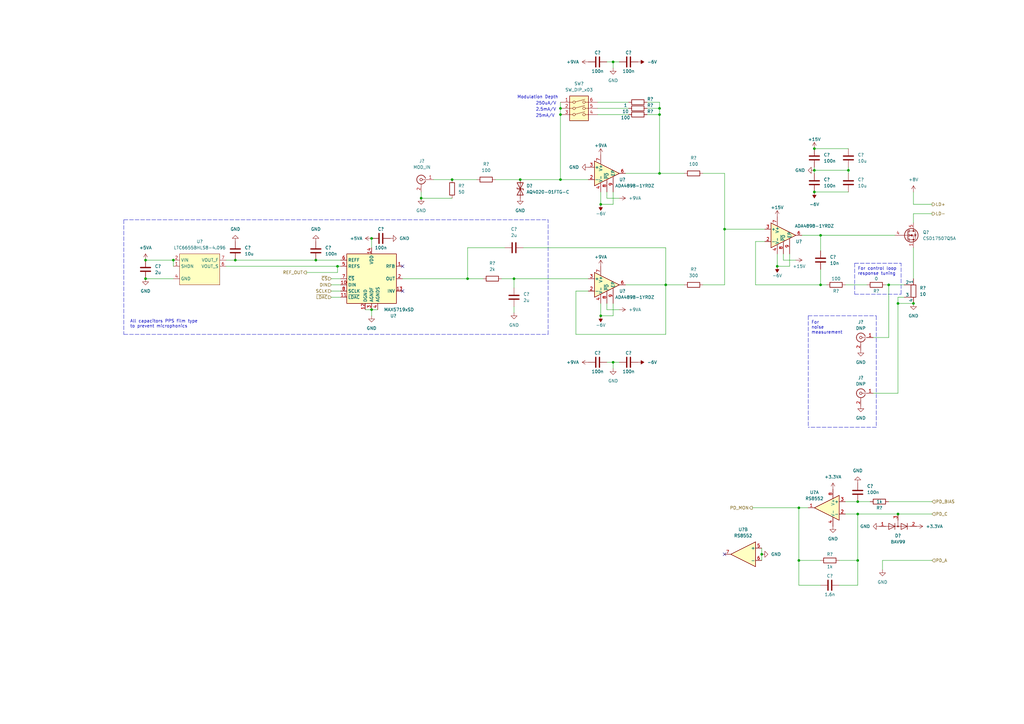
<source format=kicad_sch>
(kicad_sch (version 20211123) (generator eeschema)
  (paper "A3")
  (lib_symbols
    (symbol "Amplifier_Operational:ADA4898-1YRDZ" (pin_names (offset 0.127))
      (property "Reference" "U" (at 3.81 3.81 0))
      (property "Value" "ADA4898-1YRDZ" (at 11.43 -2.54 0))
      (symbol "ADA4898-1YRDZ_1_1"
        (polyline (pts (xy -5.08 5.08) (xy 5.08 0) (xy -5.08 -5.08) (xy -5.08 5.08)) (stroke (width 0.254)) (fill (type background)))
        (pin input line (at -7.62 -2.54 0) (length 2.54) (name "-") (number "2"))
        (pin input line (at -7.62 2.54 0) (length 2.54) (name "+") (number "3"))
        (pin power_in line (at -2.54 -7.62 90) (length 3.81) (name "V-") (number "4"))
        (pin output line (at 7.62 0 180) (length 2.54) (name "~") (number "6"))
        (pin power_in line (at -2.54 7.62 270) (length 3.81) (name "V+") (number "7"))
        (pin input line (at 0 -7.62 90) (length 5.08) (name "~{PD}") (number "8"))
        (pin passive line (at 2.54 -7.62 90) (length 6.35) (name "EP") (number "9"))
      )
    )
    (symbol "Analog_DAC:MAX5719xSD"
      (property "Reference" "U" (at -10.16 11.43 0))
      (property "Value" "MAX5719xSD" (at 1.27 11.43 0))
      (symbol "MAX5719xSD_0_1"
        (rectangle (start -10.16 10.16) (end 10.16 -10.16) (stroke (width 0.254)) (fill (type background)))
      )
      (symbol "MAX5719xSD_1_1"
        (pin passive line (at 12.7 5.08 180) (length 2.54) (name "RFB") (number "1"))
        (pin input line (at -12.7 -2.54 0) (length 2.54) (name "DIN") (number "10"))
        (pin input line (at -12.7 -7.62 0) (length 2.54) (name "~{LDAC}") (number "11"))
        (pin power_in line (at -2.54 -12.7 90) (length 2.54) (name "DGND") (number "12"))
        (pin passive line (at 12.7 -5.08 180) (length 2.54) (name "INV") (number "13"))
        (pin power_in line (at 0 12.7 270) (length 2.54) (name "VDD") (number "14"))
        (pin output line (at 12.7 0 180) (length 2.54) (name "OUT") (number "2"))
        (pin power_in line (at 0 -12.7 90) (length 2.54) (name "AGNDF") (number "3"))
        (pin power_in line (at 2.54 -12.7 90) (length 2.54) (name "AGNDS") (number "4"))
        (pin input line (at -12.7 5.08 0) (length 2.54) (name "REFS") (number "5"))
        (pin input line (at -12.7 7.62 0) (length 2.54) (name "REFF") (number "6"))
        (pin input line (at -12.7 0 0) (length 2.54) (name "~{CS}") (number "7"))
        (pin input line (at -12.7 -5.08 0) (length 2.54) (name "SCLK") (number "8"))
        (pin no_connect line (at 10.16 -7.62 180) (length 2.54) hide (name "NC") (number "9"))
      )
    )
    (symbol "Connector:Conn_Coaxial" (pin_names (offset 1.016) hide)
      (property "Reference" "J" (at 0.254 3.048 0))
      (property "Value" "Conn_Coaxial" (at 2.921 0 90))
      (symbol "Conn_Coaxial_0_1"
        (arc (start -1.778 -0.508) (mid 0.2311 -1.8066) (end 1.778 0) (stroke (width 0.254)))
        (polyline (pts (xy -2.54 0) (xy -0.508 0)))
        (polyline (pts (xy 0 -2.54) (xy 0 -1.778)))
        (circle (center 0 0) (radius 0.508) (stroke (width 0.2032)))
        (arc (start 1.778 0) (mid 0.2099 1.8101) (end -1.778 0.508) (stroke (width 0.254)))
      )
      (symbol "Conn_Coaxial_1_1"
        (pin passive line (at -5.08 0 0) (length 2.54) (name "In") (number "1"))
        (pin passive line (at 0 -5.08 90) (length 2.54) (name "Ext") (number "2"))
      )
    )
    (symbol "Device:C" (pin_numbers hide) (pin_names (offset 0.254))
      (property "Reference" "C" (at 0.635 2.54 0))
      (property "Value" "C" (at 0.635 -2.54 0))
      (symbol "C_0_1"
        (polyline (pts (xy -2.032 -0.762) (xy 2.032 -0.762)) (stroke (width 0.508)))
        (polyline (pts (xy -2.032 0.762) (xy 2.032 0.762)) (stroke (width 0.508)))
      )
      (symbol "C_1_1"
        (pin passive line (at 0 3.81 270) (length 2.794) (name "~") (number "1"))
        (pin passive line (at 0 -3.81 90) (length 2.794) (name "~") (number "2"))
      )
    )
    (symbol "Device:D_TVS" (pin_numbers hide) (pin_names (offset 1.016) hide)
      (property "Reference" "D" (at 0 2.54 0))
      (property "Value" "D_TVS" (at 0 -2.54 0))
      (symbol "D_TVS_0_1"
        (polyline (pts (xy 1.27 0) (xy -1.27 0)))
        (polyline (pts (xy 0.508 1.27) (xy 0 1.27) (xy 0 -1.27) (xy -0.508 -1.27)) (stroke (width 0.254)))
        (polyline (pts (xy -2.54 1.27) (xy -2.54 -1.27) (xy 2.54 1.27) (xy 2.54 -1.27) (xy -2.54 1.27)) (stroke (width 0.254)))
      )
      (symbol "D_TVS_1_1"
        (pin passive line (at -3.81 0 0) (length 2.54) (name "A1") (number "1"))
        (pin passive line (at 3.81 0 180) (length 2.54) (name "A2") (number "2"))
      )
    )
    (symbol "Device:R" (pin_numbers hide) (pin_names (offset 0))
      (property "Reference" "R" (at 2.032 0 90))
      (property "Value" "R" (at 0 0 90))
      (symbol "R_0_1"
        (rectangle (start -1.016 -2.54) (end 1.016 2.54) (stroke (width 0.254)))
      )
      (symbol "R_1_1"
        (pin passive line (at 0 3.81 270) (length 1.27) (name "~") (number "1"))
        (pin passive line (at 0 -3.81 90) (length 1.27) (name "~") (number "2"))
      )
    )
    (symbol "Device:R_Shunt" (pin_numbers hide) (pin_names (offset 0))
      (property "Reference" "R" (at -4.445 0 90))
      (property "Value" "R_Shunt" (at -2.54 0 90))
      (symbol "R_Shunt_0_1"
        (rectangle (start -1.016 -2.54) (end 1.016 2.54) (stroke (width 0.254)))
        (polyline (pts (xy 0 -2.54) (xy 1.27 -2.54)))
        (polyline (pts (xy 1.27 2.54) (xy 0 2.54)))
      )
      (symbol "R_Shunt_1_1"
        (pin passive line (at 0 5.08 270) (length 2.54) (name "1") (number "1"))
        (pin passive line (at 3.81 2.54 180) (length 2.54) (name "2") (number "2"))
        (pin passive line (at 3.81 -2.54 180) (length 2.54) (name "3") (number "3"))
        (pin passive line (at 0 -5.08 90) (length 2.54) (name "4") (number "4"))
      )
    )
    (symbol "Diode:BAV99" (pin_names hide)
      (property "Reference" "D" (at 0 5.08 0))
      (property "Value" "BAV99" (at 0 2.54 0))
      (symbol "BAV99_0_1"
        (polyline (pts (xy -5.08 0) (xy 5.08 0)))
      )
      (symbol "BAV99_1_1"
        (polyline (pts (xy 0 0) (xy 0 -2.54)))
        (polyline (pts (xy -1.27 -1.27) (xy -1.27 1.27) (xy -1.27 1.27)) (stroke (width 0.2032)))
        (polyline (pts (xy 3.81 1.27) (xy 3.81 -1.27) (xy 3.81 -1.27)) (stroke (width 0.2032)))
        (polyline (pts (xy -3.81 1.27) (xy -1.27 0) (xy -3.81 -1.27) (xy -3.81 1.27) (xy -3.81 1.27) (xy -3.81 1.27)) (stroke (width 0.2032)))
        (polyline (pts (xy 1.27 1.27) (xy 3.81 0) (xy 1.27 -1.27) (xy 1.27 1.27) (xy 1.27 1.27) (xy 1.27 1.27)) (stroke (width 0.2032)))
        (circle (center 0 0) (radius 0.254) (fill (type outline)))
        (pin passive line (at -7.62 0 0) (length 2.54) (name "K") (number "1"))
        (pin passive line (at 7.62 0 180) (length 2.54) (name "A") (number "2"))
        (pin passive line (at 0 -5.08 90) (length 2.54) (name "K") (number "3"))
      )
    )
    (symbol "Switch:SW_DIP_x03" (pin_names (offset 0) hide)
      (property "Reference" "SW" (at 0 8.89 0))
      (property "Value" "SW_DIP_x03" (at 0 -3.81 0))
      (symbol "SW_DIP_x03_0_0"
        (circle (center -2.032 0) (radius 0.508))
        (circle (center -2.032 2.54) (radius 0.508))
        (circle (center -2.032 5.08) (radius 0.508))
        (polyline (pts (xy -1.524 0.127) (xy 2.3622 1.1684)))
        (polyline (pts (xy -1.524 2.667) (xy 2.3622 3.7084)))
        (polyline (pts (xy -1.524 5.207) (xy 2.3622 6.2484)))
        (circle (center 2.032 0) (radius 0.508))
        (circle (center 2.032 2.54) (radius 0.508))
        (circle (center 2.032 5.08) (radius 0.508))
      )
      (symbol "SW_DIP_x03_0_1"
        (rectangle (start -3.81 7.62) (end 3.81 -2.54) (stroke (width 0.254)) (fill (type background)))
      )
      (symbol "SW_DIP_x03_1_1"
        (pin passive line (at -7.62 5.08 0) (length 5.08) (name "~") (number "1"))
        (pin passive line (at -7.62 2.54 0) (length 5.08) (name "~") (number "2"))
        (pin passive line (at -7.62 0 0) (length 5.08) (name "~") (number "3"))
        (pin passive line (at 7.62 0 180) (length 5.08) (name "~") (number "4"))
        (pin passive line (at 7.62 2.54 180) (length 5.08) (name "~") (number "5"))
        (pin passive line (at 7.62 5.08 180) (length 5.08) (name "~") (number "6"))
      )
    )
    (symbol "Transistor_FET:CSD17507Q5A" (pin_names hide)
      (property "Reference" "Q" (at 5.08 1.905 0))
      (property "Value" "CSD17507Q5A" (at 5.08 0 0))
      (symbol "CSD17507Q5A_0_1"
        (polyline (pts (xy 0.254 0) (xy -2.54 0)))
        (polyline (pts (xy 0.254 1.905) (xy 0.254 -1.905)) (stroke (width 0.254)))
        (polyline (pts (xy 0.762 -1.27) (xy 0.762 -2.286)) (stroke (width 0.254)))
        (polyline (pts (xy 0.762 0.508) (xy 0.762 -0.508)) (stroke (width 0.254)))
        (polyline (pts (xy 0.762 2.286) (xy 0.762 1.27)) (stroke (width 0.254)))
        (polyline (pts (xy 2.54 2.54) (xy 2.54 1.778)))
        (polyline (pts (xy 2.54 -2.54) (xy 2.54 0) (xy 0.762 0)))
        (polyline (pts (xy 0.762 -1.778) (xy 3.302 -1.778) (xy 3.302 1.778) (xy 0.762 1.778)))
        (polyline (pts (xy 1.016 0) (xy 2.032 0.381) (xy 2.032 -0.381) (xy 1.016 0)) (fill (type outline)))
        (polyline (pts (xy 2.794 0.508) (xy 2.921 0.381) (xy 3.683 0.381) (xy 3.81 0.254)))
        (polyline (pts (xy 3.302 0.381) (xy 2.921 -0.254) (xy 3.683 -0.254) (xy 3.302 0.381)))
        (circle (center 1.651 0) (radius 2.794) (stroke (width 0.254)))
        (circle (center 2.54 -1.778) (radius 0.254) (fill (type outline)))
        (circle (center 2.54 1.778) (radius 0.254) (fill (type outline)))
      )
      (symbol "CSD17507Q5A_1_1"
        (pin passive line (at 2.54 -5.08 90) (length 2.54) (name "S") (number "1"))
        (pin passive line (at 2.54 -5.08 90) (length 2.54) hide (name "S") (number "2"))
        (pin passive line (at 2.54 -5.08 90) (length 2.54) hide (name "S") (number "3"))
        (pin passive line (at -5.08 0 0) (length 2.54) (name "G") (number "4"))
        (pin passive line (at 2.54 5.08 270) (length 2.54) (name "D") (number "5"))
      )
    )
    (symbol "kirdy:LTC6655"
      (property "Reference" "U" (at 0 -10.16 0))
      (property "Value" "LTC6655" (at 0 -7.62 0))
      (symbol "LTC6655_0_0"
        (pin input line (at -10.16 2.54 0) (length 2.54) (name "SHDN") (number "1"))
        (pin power_in line (at -10.16 5.08 0) (length 2.54) (name "VIN") (number "2"))
        (pin power_in line (at -10.16 -2.54 0) (length 2.54) hide (name "GND") (number "3"))
        (pin power_in line (at -10.16 -2.54 0) (length 2.54) (name "GND") (number "4"))
        (pin power_in line (at -10.16 -2.54 0) (length 2.54) hide (name "GND") (number "5"))
        (pin input line (at 11.43 2.54 180) (length 2.54) (name "VOUT_S") (number "6"))
        (pin output line (at 11.43 5.08 180) (length 2.54) (name "VOUT_F") (number "7"))
        (pin power_in line (at -10.16 -2.54 0) (length 2.54) hide (name "GND") (number "8"))
      )
      (symbol "LTC6655_0_1"
        (rectangle (start -7.62 7.62) (end 8.89 -5.08) (fill (type background)))
      )
    )
    (symbol "kirdy:RS8552" (pin_names (offset 0.127))
      (property "Reference" "U" (at 0 5.08 0))
      (property "Value" "RS8552" (at 0 -5.08 0))
      (symbol "RS8552_1_1"
        (polyline (pts (xy -5.08 5.08) (xy 5.08 0) (xy -5.08 -5.08) (xy -5.08 5.08)) (stroke (width 0.254)) (fill (type background)))
        (pin output line (at 7.62 0 180) (length 2.54) (name "~") (number "1"))
        (pin input line (at -7.62 -2.54 0) (length 2.54) (name "-") (number "2"))
        (pin input line (at -7.62 2.54 0) (length 2.54) (name "+") (number "3"))
      )
      (symbol "RS8552_2_1"
        (polyline (pts (xy -5.08 5.08) (xy 5.08 0) (xy -5.08 -5.08) (xy -5.08 5.08)) (stroke (width 0.254)) (fill (type background)))
        (pin input line (at -7.62 2.54 0) (length 2.54) (name "+") (number "5"))
        (pin input line (at -7.62 -2.54 0) (length 2.54) (name "-") (number "6"))
        (pin output line (at 7.62 0 180) (length 2.54) (name "~") (number "7"))
      )
      (symbol "RS8552_3_1"
        (pin power_in line (at -2.54 -7.62 90) (length 3.81) (name "V-") (number "4"))
        (pin power_in line (at -2.54 7.62 270) (length 3.81) (name "V+") (number "8"))
      )
    )
    (symbol "power:+15V" (power) (pin_names (offset 0))
      (property "Value" "+15V" (at 0 3.556 0))
      (symbol "+15V_0_1"
        (polyline (pts (xy -0.762 1.27) (xy 0 2.54)))
        (polyline (pts (xy 0 0) (xy 0 2.54)))
        (polyline (pts (xy 0 2.54) (xy 0.762 1.27)))
      )
      (symbol "+15V_1_1"
        (pin power_in line (at 0 0 90) (length 0) hide (name "+15V") (number "1"))
      )
    )
    (symbol "power:+3.3VA" (power) (pin_names (offset 0))
      (property "Value" "+3.3VA" (at 0 3.556 0))
      (symbol "+3.3VA_0_1"
        (polyline (pts (xy -0.762 1.27) (xy 0 2.54)))
        (polyline (pts (xy 0 0) (xy 0 2.54)))
        (polyline (pts (xy 0 2.54) (xy 0.762 1.27)))
      )
      (symbol "+3.3VA_1_1"
        (pin power_in line (at 0 0 90) (length 0) hide (name "+3.3VA") (number "1"))
      )
    )
    (symbol "power:+5VA" (power) (pin_names (offset 0))
      (property "Value" "+5VA" (at 0 3.556 0))
      (symbol "+5VA_0_1"
        (polyline (pts (xy -0.762 1.27) (xy 0 2.54)))
        (polyline (pts (xy 0 0) (xy 0 2.54)))
        (polyline (pts (xy 0 2.54) (xy 0.762 1.27)))
      )
      (symbol "+5VA_1_1"
        (pin power_in line (at 0 0 90) (length 0) hide (name "+5VA") (number "1"))
      )
    )
    (symbol "power:+8V" (power) (pin_names (offset 0))
      (property "Value" "+8V" (at 0 3.556 0))
      (symbol "+8V_0_1"
        (polyline (pts (xy -0.762 1.27) (xy 0 2.54)))
        (polyline (pts (xy 0 0) (xy 0 2.54)))
        (polyline (pts (xy 0 2.54) (xy 0.762 1.27)))
      )
      (symbol "+8V_1_1"
        (pin power_in line (at 0 0 90) (length 0) hide (name "+8V") (number "1"))
      )
    )
    (symbol "power:+9VA" (power) (pin_names (offset 0))
      (property "Value" "+9VA" (at 0 3.81 0))
      (symbol "+9VA_0_1"
        (polyline (pts (xy -0.762 1.27) (xy 0 2.54)))
        (polyline (pts (xy 0 0) (xy 0 2.54)))
        (polyline (pts (xy 0 2.54) (xy 0.762 1.27)))
      )
      (symbol "+9VA_1_1"
        (pin power_in line (at 0 0 90) (length 0) hide (name "+9VA") (number "1"))
      )
    )
    (symbol "power:-6V" (power) (pin_names (offset 0))
      (property "Value" "-6V" (at 0 3.81 0))
      (symbol "-6V_0_0"
        (pin power_in line (at 0 0 90) (length 0) hide (name "-6V") (number "1"))
      )
      (symbol "-6V_0_1"
        (polyline (pts (xy 0 0) (xy 0 1.27) (xy 0.762 1.27) (xy 0 2.54) (xy -0.762 1.27) (xy 0 1.27)) (fill (type outline)))
      )
    )
    (symbol "power:GND" (power) (pin_names (offset 0))
      (property "Value" "GND" (at 0 -3.81 0))
      (symbol "GND_0_1"
        (polyline (pts (xy 0 0) (xy 0 -1.27) (xy 1.27 -1.27) (xy 0 -2.54) (xy -1.27 -1.27) (xy 0 -1.27)))
      )
      (symbol "GND_1_1"
        (pin power_in line (at 0 0 270) (length 0) hide (name "GND") (number "1"))
      )
    )
  )
  (junction (at 229.87 46.99))
  (junction (at 270.51 71.12))
  (junction (at 318.77 109.22))
  (junction (at 229.87 44.45))
  (junction (at 334.01 69.85))
  (junction (at 351.79 205.74))
  (junction (at 138.43 109.22))
  (junction (at 152.4 97.79))
  (junction (at 336.55 96.52))
  (junction (at 251.46 25.4))
  (junction (at 213.36 73.66))
  (junction (at 351.79 229.87))
  (junction (at 364.49 116.84))
  (junction (at 251.46 148.59))
  (junction (at 334.01 60.96))
  (junction (at 185.42 73.66))
  (junction (at 246.38 129.54))
  (junction (at 273.05 116.84))
  (junction (at 246.38 83.82))
  (junction (at 129.54 106.68))
  (junction (at 336.55 116.84))
  (junction (at 191.77 114.3))
  (junction (at 327.66 208.28))
  (junction (at 312.42 227.33))
  (junction (at 351.79 210.82))
  (junction (at 210.82 114.3))
  (junction (at 96.52 106.68))
  (junction (at 347.98 69.85))
  (junction (at 71.12 106.68))
  (junction (at 374.65 124.46))
  (junction (at 334.01 78.74))
  (junction (at 270.51 46.99))
  (junction (at 368.3 210.82))
  (junction (at 59.69 114.3))
  (junction (at 327.66 229.87))
  (junction (at 368.3 124.46))
  (junction (at 152.4 127))
  (junction (at 270.51 44.45))
  (junction (at 172.72 81.28))
  (junction (at 59.69 106.68))
  (junction (at 229.87 73.66))
  (junction (at 297.18 93.98))
  (no_connect (at 165.1 119.38))
  (no_connect (at 297.18 227.33))
  (no_connect (at 165.1 109.22))
  (wire (pts (xy 210.82 125.73) (xy 210.82 128.27)))
  (polyline (pts (xy 331.47 129.54) (xy 331.47 175.26)))
  (wire (pts (xy 308.61 208.28) (xy 327.66 208.28)))
  (wire (pts (xy 71.12 106.68) (xy 71.12 109.22)))
  (wire (pts (xy 172.72 81.28) (xy 185.42 81.28)))
  (wire (pts (xy 273.05 116.84) (xy 280.67 116.84)))
  (wire (pts (xy 368.3 210.82) (xy 382.27 210.82)))
  (wire (pts (xy 364.49 116.84) (xy 370.84 116.84)))
  (wire (pts (xy 336.55 96.52) (xy 367.03 96.52)))
  (wire (pts (xy 351.79 229.87) (xy 351.79 210.82)))
  (wire (pts (xy 334.01 69.85) (xy 334.01 71.12)))
  (wire (pts (xy 374.65 91.44) (xy 374.65 87.63)))
  (wire (pts (xy 214.63 101.6) (xy 273.05 101.6)))
  (wire (pts (xy 172.72 81.28) (xy 172.72 78.74)))
  (wire (pts (xy 125.73 111.76) (xy 138.43 111.76)))
  (wire (pts (xy 336.55 96.52) (xy 336.55 102.87)))
  (wire (pts (xy 328.93 96.52) (xy 336.55 96.52)))
  (wire (pts (xy 248.92 127) (xy 254 127)))
  (wire (pts (xy 213.36 73.66) (xy 229.87 73.66)))
  (wire (pts (xy 288.29 116.84) (xy 297.18 116.84)))
  (wire (pts (xy 185.42 73.66) (xy 195.58 73.66)))
  (wire (pts (xy 177.8 73.66) (xy 185.42 73.66)))
  (polyline (pts (xy 350.52 120.65) (xy 369.57 120.65)))
  (wire (pts (xy 135.89 119.38) (xy 139.7 119.38)))
  (wire (pts (xy 270.51 41.91) (xy 270.51 44.45)))
  (wire (pts (xy 270.51 46.99) (xy 270.51 71.12)))
  (wire (pts (xy 203.2 73.66) (xy 213.36 73.66)))
  (wire (pts (xy 358.14 138.43) (xy 364.49 138.43)))
  (wire (pts (xy 361.95 229.87) (xy 382.27 229.87)))
  (wire (pts (xy 368.3 161.29) (xy 358.14 161.29)))
  (wire (pts (xy 321.31 106.68) (xy 326.39 106.68)))
  (polyline (pts (xy 350.52 107.95) (xy 369.57 107.95)))
  (wire (pts (xy 368.3 121.92) (xy 368.3 124.46)))
  (wire (pts (xy 327.66 229.87) (xy 327.66 208.28)))
  (wire (pts (xy 96.52 106.68) (xy 129.54 106.68)))
  (wire (pts (xy 135.89 116.84) (xy 139.7 116.84)))
  (wire (pts (xy 270.51 71.12) (xy 280.67 71.12)))
  (wire (pts (xy 138.43 111.76) (xy 138.43 109.22)))
  (wire (pts (xy 251.46 25.4) (xy 251.46 27.94)))
  (wire (pts (xy 265.43 46.99) (xy 270.51 46.99)))
  (polyline (pts (xy 331.47 129.54) (xy 359.41 129.54)))
  (wire (pts (xy 135.89 114.3) (xy 139.7 114.3)))
  (wire (pts (xy 210.82 114.3) (xy 241.3 114.3)))
  (wire (pts (xy 256.54 116.84) (xy 273.05 116.84)))
  (wire (pts (xy 368.3 124.46) (xy 368.3 161.29)))
  (wire (pts (xy 205.74 114.3) (xy 210.82 114.3)))
  (wire (pts (xy 245.11 46.99) (xy 257.81 46.99)))
  (wire (pts (xy 273.05 137.16) (xy 273.05 116.84)))
  (wire (pts (xy 336.55 240.03) (xy 327.66 240.03)))
  (wire (pts (xy 374.65 87.63) (xy 382.27 87.63)))
  (wire (pts (xy 138.43 109.22) (xy 139.7 109.22)))
  (wire (pts (xy 347.98 69.85) (xy 334.01 69.85)))
  (wire (pts (xy 251.46 25.4) (xy 254 25.4)))
  (wire (pts (xy 92.71 109.22) (xy 138.43 109.22)))
  (wire (pts (xy 236.22 119.38) (xy 236.22 137.16)))
  (wire (pts (xy 251.46 83.82) (xy 251.46 78.74)))
  (wire (pts (xy 246.38 78.74) (xy 246.38 83.82)))
  (wire (pts (xy 251.46 129.54) (xy 251.46 124.46)))
  (wire (pts (xy 191.77 101.6) (xy 191.77 114.3)))
  (wire (pts (xy 207.01 101.6) (xy 191.77 101.6)))
  (polyline (pts (xy 50.8 90.17) (xy 224.79 90.17)))
  (wire (pts (xy 265.43 41.91) (xy 270.51 41.91)))
  (wire (pts (xy 361.95 233.68) (xy 361.95 229.87)))
  (wire (pts (xy 251.46 148.59) (xy 254 148.59)))
  (wire (pts (xy 297.18 93.98) (xy 313.69 93.98)))
  (wire (pts (xy 248.92 78.74) (xy 248.92 81.28)))
  (wire (pts (xy 246.38 83.82) (xy 251.46 83.82)))
  (wire (pts (xy 248.92 148.59) (xy 251.46 148.59)))
  (wire (pts (xy 297.18 71.12) (xy 297.18 93.98)))
  (wire (pts (xy 318.77 109.22) (xy 323.85 109.22)))
  (wire (pts (xy 248.92 25.4) (xy 251.46 25.4)))
  (polyline (pts (xy 369.57 120.65) (xy 369.57 107.95)))
  (wire (pts (xy 368.3 121.92) (xy 370.84 121.92)))
  (wire (pts (xy 344.17 229.87) (xy 351.79 229.87)))
  (wire (pts (xy 92.71 106.68) (xy 96.52 106.68)))
  (wire (pts (xy 364.49 138.43) (xy 364.49 116.84)))
  (wire (pts (xy 236.22 137.16) (xy 273.05 137.16)))
  (wire (pts (xy 346.71 116.84) (xy 355.6 116.84)))
  (wire (pts (xy 248.92 124.46) (xy 248.92 127)))
  (wire (pts (xy 165.1 114.3) (xy 191.77 114.3)))
  (wire (pts (xy 364.49 205.74) (xy 382.27 205.74)))
  (wire (pts (xy 363.22 116.84) (xy 364.49 116.84)))
  (wire (pts (xy 256.54 71.12) (xy 270.51 71.12)))
  (wire (pts (xy 288.29 71.12) (xy 297.18 71.12)))
  (wire (pts (xy 265.43 44.45) (xy 270.51 44.45)))
  (wire (pts (xy 59.69 106.68) (xy 71.12 106.68)))
  (wire (pts (xy 59.69 114.3) (xy 71.12 114.3)))
  (wire (pts (xy 346.71 205.74) (xy 351.79 205.74)))
  (wire (pts (xy 229.87 41.91) (xy 229.87 44.45)))
  (wire (pts (xy 246.38 129.54) (xy 251.46 129.54)))
  (wire (pts (xy 318.77 104.14) (xy 318.77 109.22)))
  (polyline (pts (xy 359.41 175.26) (xy 331.47 175.26)))
  (polyline (pts (xy 50.8 90.17) (xy 50.8 137.16)))
  (wire (pts (xy 309.88 116.84) (xy 309.88 99.06)))
  (wire (pts (xy 327.66 240.03) (xy 327.66 229.87)))
  (wire (pts (xy 152.4 97.79) (xy 152.4 101.6)))
  (wire (pts (xy 321.31 104.14) (xy 321.31 106.68)))
  (wire (pts (xy 327.66 229.87) (xy 336.55 229.87)))
  (polyline (pts (xy 350.52 107.95) (xy 350.52 120.65)))
  (wire (pts (xy 351.79 205.74) (xy 356.87 205.74)))
  (wire (pts (xy 312.42 224.79) (xy 312.42 227.33)))
  (wire (pts (xy 374.65 83.82) (xy 382.27 83.82)))
  (wire (pts (xy 336.55 116.84) (xy 309.88 116.84)))
  (wire (pts (xy 297.18 116.84) (xy 297.18 93.98)))
  (polyline (pts (xy 359.41 129.54) (xy 359.41 175.26)))
  (wire (pts (xy 229.87 44.45) (xy 229.87 46.99)))
  (wire (pts (xy 149.86 127) (xy 152.4 127)))
  (wire (pts (xy 312.42 227.33) (xy 312.42 229.87)))
  (wire (pts (xy 135.89 121.92) (xy 139.7 121.92)))
  (wire (pts (xy 191.77 114.3) (xy 198.12 114.3)))
  (wire (pts (xy 248.92 81.28) (xy 254 81.28)))
  (polyline (pts (xy 50.8 137.16) (xy 224.79 137.16)))
  (wire (pts (xy 129.54 106.68) (xy 139.7 106.68)))
  (wire (pts (xy 344.17 240.03) (xy 351.79 240.03)))
  (wire (pts (xy 246.38 124.46) (xy 246.38 129.54)))
  (wire (pts (xy 346.71 210.82) (xy 351.79 210.82)))
  (wire (pts (xy 351.79 240.03) (xy 351.79 229.87)))
  (wire (pts (xy 229.87 46.99) (xy 229.87 73.66)))
  (wire (pts (xy 245.11 44.45) (xy 257.81 44.45)))
  (wire (pts (xy 327.66 208.28) (xy 331.47 208.28)))
  (wire (pts (xy 347.98 68.58) (xy 347.98 69.85)))
  (wire (pts (xy 374.65 78.74) (xy 374.65 83.82)))
  (wire (pts (xy 152.4 127) (xy 152.4 129.54)))
  (wire (pts (xy 273.05 101.6) (xy 273.05 116.84)))
  (wire (pts (xy 347.98 69.85) (xy 347.98 71.12)))
  (wire (pts (xy 210.82 114.3) (xy 210.82 118.11)))
  (wire (pts (xy 368.3 124.46) (xy 374.65 124.46)))
  (wire (pts (xy 241.3 119.38) (xy 236.22 119.38)))
  (wire (pts (xy 334.01 68.58) (xy 334.01 69.85)))
  (wire (pts (xy 334.01 60.96) (xy 347.98 60.96)))
  (wire (pts (xy 351.79 210.82) (xy 368.3 210.82)))
  (wire (pts (xy 336.55 116.84) (xy 339.09 116.84)))
  (wire (pts (xy 334.01 78.74) (xy 347.98 78.74)))
  (wire (pts (xy 374.65 101.6) (xy 374.65 114.3)))
  (wire (pts (xy 323.85 109.22) (xy 323.85 104.14)))
  (wire (pts (xy 229.87 73.66) (xy 241.3 73.66)))
  (wire (pts (xy 336.55 110.49) (xy 336.55 116.84)))
  (wire (pts (xy 251.46 148.59) (xy 251.46 151.13)))
  (polyline (pts (xy 224.79 137.16) (xy 224.79 90.17)))
  (wire (pts (xy 245.11 41.91) (xy 257.81 41.91)))
  (wire (pts (xy 270.51 44.45) (xy 270.51 46.99)))
  (wire (pts (xy 152.4 127) (xy 154.94 127)))
  (wire (pts (xy 309.88 99.06) (xy 313.69 99.06)))
  (text "250uA/V" (at 219.71 43.18 0) (effects (font (size 1.27 1.27)) (justify left bottom)))
  (text "All capacitors PPS film type\nto prevent microphonics " (at 53.34 134.62 0) (effects (font (size 1.27 1.27)) (justify left bottom)))
  (text "For\nnoise\nmeasurement" (at 332.74 137.16 0) (effects (font (size 1.27 1.27)) (justify left bottom)))
  (text "2.5mA/V" (at 219.71 45.72 0) (effects (font (size 1.27 1.27)) (justify left bottom)))
  (text "For control loop\nresponse tuning" (at 351.79 113.03 0) (effects (font (size 1.27 1.27)) (justify left bottom)))
  (text "25mA/V" (at 219.71 48.26 0) (effects (font (size 1.27 1.27)) (justify left bottom)))
  (text "Modulation Depth" (at 212.09 40.64 0) (effects (font (size 1.27 1.27)) (justify left bottom)))
  (hierarchical_label "~{LDAC}" (shape input) (at 135.89 121.92 180))
  (hierarchical_label "PD_BIAS" (shape input) (at 382.27 205.74 0))
  (hierarchical_label "LD+" (shape output) (at 382.27 83.82 0))
  (hierarchical_label "SCLK" (shape input) (at 135.89 119.38 180))
  (hierarchical_label "REF_OUT" (shape output) (at 125.73 111.76 180))
  (hierarchical_label "PD_MON" (shape output) (at 308.61 208.28 180))
  (hierarchical_label "PD_C" (shape input) (at 382.27 210.82 0))
  (hierarchical_label "PD_A" (shape input) (at 382.27 229.87 0))
  (hierarchical_label "DIN" (shape input) (at 135.89 116.84 180))
  (hierarchical_label "LD-" (shape output) (at 382.27 87.63 0))
  (hierarchical_label "~{CS}" (shape input) (at 135.89 114.3 180))
  (symbol (lib_id "Device:R") (at 261.62 46.99 90) (unit 1)
    (property "Reference" "R?" (at 266.7 45.72 90))
    (property "Value" "100" (at 256.54 48.26 90))
  )
  (symbol (lib_id "Device:C") (at 351.79 201.93 0) (unit 1)
    (property "Reference" "C?" (at 355.6 199.39 0) (effects (justify left)))
    (property "Value" "100n" (at 355.6 201.93 0) (effects (justify left)))
  )
  (symbol (lib_id "Diode:BAV99") (at 368.3 215.9 0) (mirror x) (unit 1)
    (property "Reference" "D?" (at 368.3 219.71 0))
    (property "Value" "BAV99" (at 368.3 222.25 0))
    (property "Footprint" "Package_TO_SOT_SMD:SOT-23" (effects hide))
    (property "Datasheet" "https://assets.nexperia.com/documents/data-sheet/BAV99_SER.pdf" (effects hide))
  )
  (symbol (lib_id "power:GND") (at 360.68 215.9 270) (unit 1)
    (property "Reference" "#PWR?" (effects hide))
    (property "Value" "GND" (at 356.87 215.8999 90) (effects (justify right)))
  )
  (symbol (lib_id "Connector:Conn_Coaxial") (at 353.06 161.29 0) (mirror y) (unit 1)
    (property "Reference" "J?" (at 353.06 154.94 0))
    (property "Value" "DNP" (at 353.06 157.48 0))
    (property "Datasheet" " ~" (effects hide))
  )
  (symbol (lib_id "power:-6V") (at 261.62 25.4 270) (unit 1)
    (property "Reference" "#PWR?" (effects hide))
    (property "Value" "-6V" (at 265.43 25.3999 90) (effects (justify left)))
  )
  (symbol (lib_id "Device:C") (at 210.82 101.6 90) (unit 1)
    (property "Reference" "C?" (at 210.82 93.98 90))
    (property "Value" "2u" (at 210.82 96.52 90))
  )
  (symbol (lib_id "power:+15V") (at 334.01 60.96 0) (unit 1)
    (property "Reference" "#PWR?" (effects hide))
    (property "Value" "+15V" (at 334.01 57.15 0))
  )
  (symbol (lib_id "Device:R") (at 359.41 116.84 90) (unit 1)
    (property "Reference" "R?" (at 359.41 119.38 90))
    (property "Value" "0" (at 359.41 114.3 90))
  )
  (symbol (lib_id "power:-6V") (at 261.62 148.59 270) (unit 1)
    (property "Reference" "#PWR?" (effects hide))
    (property "Value" "-6V" (at 265.43 148.5899 90) (effects (justify left)))
  )
  (symbol (lib_id "Device:C") (at 257.81 25.4 90) (unit 1)
    (property "Reference" "C?" (at 257.81 21.59 90))
    (property "Value" "100n" (at 257.81 29.21 90))
  )
  (symbol (lib_id "power:GND") (at 351.79 198.12 180) (unit 1)
    (property "Reference" "#PWR?" (effects hide))
    (property "Value" "GND" (at 351.79 193.04 0))
  )
  (symbol (lib_id "power:+5VA") (at 59.69 106.68 0) (unit 1)
    (property "Reference" "#PWR?" (effects hide))
    (property "Value" "+5VA" (at 59.69 101.6 0))
  )
  (symbol (lib_id "Device:C") (at 347.98 74.93 0) (unit 1)
    (property "Reference" "C?" (at 351.79 73.6599 0) (effects (justify left)))
    (property "Value" "10u" (at 351.79 76.1999 0) (effects (justify left)))
  )
  (symbol (lib_id "Device:C") (at 96.52 102.87 0) (unit 1)
    (property "Reference" "C?" (at 100.33 101.5999 0) (effects (justify left)))
    (property "Value" "10u" (at 100.33 104.1399 0) (effects (justify left)))
  )
  (symbol (lib_id "Device:R") (at 342.9 116.84 90) (unit 1)
    (property "Reference" "R?" (at 342.9 119.38 90))
    (property "Value" "100" (at 342.9 114.3 90))
  )
  (symbol (lib_id "power:GND") (at 152.4 129.54 0) (unit 1)
    (property "Reference" "#PWR?" (effects hide))
    (property "Value" "GND" (at 152.4 134.62 0))
  )
  (symbol (lib_id "Amplifier_Operational:ADA4898-1YRDZ") (at 321.31 96.52 0) (unit 1)
    (property "Reference" "U?" (at 327.66 99.06 0))
    (property "Value" "ADA4898-1YRDZ" (at 334.01 92.71 0))
    (property "Footprint" "Package_SO:SOIC-8-1EP_3.9x4.9mm_P1.27mm_EP2.29x3mm" (effects hide))
    (property "Datasheet" "https://www.analog.com/media/en/technical-documentation/data-sheets/ada4898-1_4898-2.pdf" (effects hide))
  )
  (symbol (lib_id "Device:C") (at 336.55 106.68 0) (unit 1)
    (property "Reference" "C?" (at 340.36 105.4099 0) (effects (justify left)))
    (property "Value" "10n" (at 340.36 107.9499 0) (effects (justify left)))
  )
  (symbol (lib_id "Device:R") (at 284.48 116.84 90) (unit 1)
    (property "Reference" "R?" (at 284.48 110.49 90))
    (property "Value" "300" (at 284.48 113.03 90))
  )
  (symbol (lib_id "power:GND") (at 160.02 97.79 90) (unit 1)
    (property "Reference" "#PWR?" (effects hide))
    (property "Value" "GND" (at 163.83 97.7899 90) (effects (justify right)))
  )
  (symbol (lib_id "power:GND") (at 59.69 114.3 0) (unit 1)
    (property "Reference" "#PWR?" (effects hide))
    (property "Value" "GND" (at 59.69 119.38 0))
  )
  (symbol (lib_id "kirdy:RS8552") (at 304.8 227.33 0) (mirror y) (unit 2)
    (property "Reference" "U?" (at 304.8 217.17 0))
    (property "Value" "RS8552" (at 304.8 219.71 0))
    (property "Footprint" "Package_SO:SOIC-8_3.9x4.9mm_P1.27mm" (effects hide))
    (property "Datasheet" "https://datasheet.lcsc.com/lcsc/2010160333_Jiangsu-RUNIC-Tech-RS8554XP_C236997.pdf" (effects hide))
  )
  (symbol (lib_id "kirdy:RS8552") (at 339.09 208.28 0) (mirror y) (unit 1)
    (property "Reference" "U?" (at 334.01 201.93 0))
    (property "Value" "RS8552" (at 334.01 204.47 0))
    (property "Footprint" "Package_SO:SOIC-8_3.9x4.9mm_P1.27mm" (effects hide))
    (property "Datasheet" "https://datasheet.lcsc.com/lcsc/2010160333_Jiangsu-RUNIC-Tech-RS8554XP_C236997.pdf" (effects hide))
  )
  (symbol (lib_id "power:GND") (at 96.52 99.06 180) (unit 1)
    (property "Reference" "#PWR?" (effects hide))
    (property "Value" "GND" (at 96.52 93.98 0))
  )
  (symbol (lib_id "Device:C") (at 340.36 240.03 90) (unit 1)
    (property "Reference" "C?" (at 340.36 236.22 90))
    (property "Value" "1.6n" (at 340.36 243.84 90))
  )
  (symbol (lib_id "Device:R") (at 360.68 205.74 90) (unit 1)
    (property "Reference" "R?" (at 360.68 208.28 90))
    (property "Value" "1k" (at 360.68 205.74 90))
  )
  (symbol (lib_id "Switch:SW_DIP_x03") (at 237.49 46.99 0) (unit 1)
    (property "Reference" "SW?" (at 237.49 34.29 0))
    (property "Value" "SW_DIP_x03" (at 237.49 36.83 0))
  )
  (symbol (lib_id "Amplifier_Operational:ADA4898-1YRDZ") (at 248.92 116.84 0) (unit 1)
    (property "Reference" "U?" (at 255.27 119.38 0))
    (property "Value" "ADA4898-1YRDZ" (at 260.35 121.92 0))
    (property "Footprint" "Package_SO:SOIC-8-1EP_3.9x4.9mm_P1.27mm_EP2.29x3mm" (effects hide))
    (property "Datasheet" "https://www.analog.com/media/en/technical-documentation/data-sheets/ada4898-1_4898-2.pdf" (effects hide))
  )
  (symbol (lib_id "power:GND") (at 341.63 215.9 0) (unit 1)
    (property "Reference" "#PWR?" (effects hide))
    (property "Value" "GND" (at 341.63 220.98 0))
  )
  (symbol (lib_id "power:GND") (at 334.01 69.85 270) (unit 1)
    (property "Reference" "#PWR?" (effects hide))
    (property "Value" "GND" (at 330.2 69.8499 90) (effects (justify right)))
  )
  (symbol (lib_id "power:GND") (at 353.06 166.37 0) (unit 1)
    (property "Reference" "#PWR?" (effects hide))
    (property "Value" "GND" (at 353.06 171.45 0))
  )
  (symbol (lib_id "Device:C") (at 334.01 74.93 0) (unit 1)
    (property "Reference" "C?" (at 337.82 73.6599 0) (effects (justify left)))
    (property "Value" "100n" (at 337.82 76.1999 0) (effects (justify left)))
  )
  (symbol (lib_id "power:GND") (at 210.82 128.27 0) (unit 1)
    (property "Reference" "#PWR?" (effects hide))
    (property "Value" "GND" (at 210.82 133.35 0))
  )
  (symbol (lib_id "Device:R") (at 201.93 114.3 90) (unit 1)
    (property "Reference" "R?" (at 201.93 107.95 90))
    (property "Value" "2k" (at 201.93 110.49 90))
  )
  (symbol (lib_id "Device:C") (at 257.81 148.59 90) (unit 1)
    (property "Reference" "C?" (at 257.81 144.78 90))
    (property "Value" "100n" (at 257.81 152.4 90))
  )
  (symbol (lib_id "power:+9VA") (at 254 81.28 270) (unit 1)
    (property "Reference" "#PWR?" (effects hide))
    (property "Value" "+9VA" (at 257.81 81.2799 90) (effects (justify left)))
  )
  (symbol (lib_id "Device:R_Shunt") (at 374.65 119.38 0) (mirror y) (unit 1)
    (property "Reference" "R?" (at 377.19 118.1099 0) (effects (justify right)))
    (property "Value" "10" (at 377.19 120.6499 0) (effects (justify right)))
  )
  (symbol (lib_id "kirdy:RS8552") (at 339.09 208.28 0) (mirror y) (unit 3)
    (property "Reference" "U?" (effects hide))
    (property "Value" "RS8552" (effects hide))
    (property "Footprint" "Package_SO:SOIC-8_3.9x4.9mm_P1.27mm" (effects hide))
    (property "Datasheet" "https://datasheet.lcsc.com/lcsc/2010160333_Jiangsu-RUNIC-Tech-RS8554XP_C236997.pdf" (effects hide))
  )
  (symbol (lib_id "power:-6V") (at 246.38 129.54 180) (unit 1)
    (property "Reference" "#PWR?" (effects hide))
    (property "Value" "-6V" (at 246.38 133.35 0))
  )
  (symbol (lib_id "power:GND") (at 241.3 68.58 270) (unit 1)
    (property "Reference" "#PWR?" (effects hide))
    (property "Value" "GND" (at 237.49 68.5799 90) (effects (justify right)))
  )
  (symbol (lib_id "power:+15V") (at 326.39 106.68 270) (unit 1)
    (property "Reference" "#PWR?" (effects hide))
    (property "Value" "+15V" (at 325.12 109.22 90) (effects (justify left)))
  )
  (symbol (lib_id "power:GND") (at 312.42 227.33 90) (unit 1)
    (property "Reference" "#PWR?" (effects hide))
    (property "Value" "GND" (at 316.23 227.3299 90) (effects (justify right)))
  )
  (symbol (lib_id "Device:C") (at 347.98 64.77 0) (unit 1)
    (property "Reference" "C?" (at 351.79 63.4999 0) (effects (justify left)))
    (property "Value" "10u" (at 351.79 66.0399 0) (effects (justify left)))
  )
  (symbol (lib_id "power:+9VA") (at 241.3 25.4 90) (unit 1)
    (property "Reference" "#PWR?" (effects hide))
    (property "Value" "+9VA" (at 237.49 25.3999 90) (effects (justify left)))
  )
  (symbol (lib_id "power:+3.3VA") (at 341.63 200.66 0) (unit 1)
    (property "Reference" "#PWR?" (effects hide))
    (property "Value" "+3.3VA" (at 341.63 195.58 0))
  )
  (symbol (lib_id "power:GND") (at 361.95 233.68 0) (unit 1)
    (property "Reference" "#PWR?" (effects hide))
    (property "Value" "GND" (at 361.95 238.76 0))
  )
  (symbol (lib_id "Device:R") (at 284.48 71.12 90) (unit 1)
    (property "Reference" "R?" (at 284.48 64.77 90))
    (property "Value" "100" (at 284.48 67.31 90))
  )
  (symbol (lib_id "power:+9VA") (at 241.3 148.59 90) (unit 1)
    (property "Reference" "#PWR?" (effects hide))
    (property "Value" "+9VA" (at 237.49 148.5899 90) (effects (justify left)))
  )
  (symbol (lib_id "Device:R") (at 185.42 77.47 0) (unit 1)
    (property "Reference" "R?" (at 187.96 76.1999 0) (effects (justify left)))
    (property "Value" "50" (at 187.96 78.7399 0) (effects (justify left)))
  )
  (symbol (lib_id "power:GND") (at 213.36 81.28 0) (unit 1)
    (property "Reference" "#PWR?" (effects hide))
    (property "Value" "GND" (at 213.36 86.36 0))
  )
  (symbol (lib_id "Device:R") (at 199.39 73.66 90) (unit 1)
    (property "Reference" "R?" (at 199.39 67.31 90))
    (property "Value" "100" (at 199.39 69.85 90))
  )
  (symbol (lib_id "power:+9VA") (at 254 127 270) (unit 1)
    (property "Reference" "#PWR?" (effects hide))
    (property "Value" "+9VA" (at 257.81 126.9999 90) (effects (justify left)))
  )
  (symbol (lib_id "power:GND") (at 374.65 124.46 0) (unit 1)
    (property "Reference" "#PWR?" (effects hide))
    (property "Value" "GND" (at 374.65 129.54 0))
  )
  (symbol (lib_id "power:+3.3VA") (at 375.92 215.9 270) (unit 1)
    (property "Reference" "#PWR?" (effects hide))
    (property "Value" "+3.3VA" (at 379.73 215.8999 90) (effects (justify left)))
  )
  (symbol (lib_id "Device:R") (at 261.62 41.91 90) (unit 1)
    (property "Reference" "R?" (at 266.7 40.64 90))
    (property "Value" "1" (at 256.54 43.18 90))
  )
  (symbol (lib_id "Device:C") (at 59.69 110.49 0) (unit 1)
    (property "Reference" "C?" (at 63.5 109.2199 0) (effects (justify left)))
    (property "Value" "2u" (at 63.5 111.7599 0) (effects (justify left)))
  )
  (symbol (lib_id "power:+8V") (at 374.65 78.74 0) (unit 1)
    (property "Reference" "#PWR?" (effects hide))
    (property "Value" "+8V" (at 374.65 73.66 0))
  )
  (symbol (lib_id "power:GND") (at 251.46 151.13 0) (unit 1)
    (property "Reference" "#PWR?" (effects hide))
    (property "Value" "GND" (at 251.46 156.21 0))
  )
  (symbol (lib_id "Amplifier_Operational:ADA4898-1YRDZ") (at 248.92 71.12 0) (unit 1)
    (property "Reference" "U?" (at 255.27 73.66 0))
    (property "Value" "ADA4898-1YRDZ" (at 260.35 76.2 0))
    (property "Footprint" "Package_SO:SOIC-8-1EP_3.9x4.9mm_P1.27mm_EP2.29x3mm" (effects hide))
    (property "Datasheet" "https://www.analog.com/media/en/technical-documentation/data-sheets/ada4898-1_4898-2.pdf" (effects hide))
  )
  (symbol (lib_id "power:-6V") (at 246.38 83.82 180) (unit 1)
    (property "Reference" "#PWR?" (effects hide))
    (property "Value" "-6V" (at 246.38 87.63 0))
  )
  (symbol (lib_id "power:GND") (at 251.46 27.94 0) (unit 1)
    (property "Reference" "#PWR?" (effects hide))
    (property "Value" "GND" (at 251.46 33.02 0))
  )
  (symbol (lib_id "power:GND") (at 129.54 99.06 180) (unit 1)
    (property "Reference" "#PWR?" (effects hide))
    (property "Value" "GND" (at 129.54 93.98 0))
  )
  (symbol (lib_id "power:GND") (at 172.72 81.28 0) (unit 1)
    (property "Reference" "#PWR?" (effects hide))
    (property "Value" "GND" (at 172.72 86.36 0))
  )
  (symbol (lib_id "Device:C") (at 334.01 64.77 0) (unit 1)
    (property "Reference" "C?" (at 337.82 63.4999 0) (effects (justify left)))
    (property "Value" "100n" (at 337.82 66.0399 0) (effects (justify left)))
  )
  (symbol (lib_id "Device:C") (at 245.11 25.4 90) (unit 1)
    (property "Reference" "C?" (at 245.11 21.59 90))
    (property "Value" "100n" (at 245.11 29.21 90))
  )
  (symbol (lib_id "Transistor_FET:CSD17507Q5A") (at 372.11 96.52 0) (unit 1)
    (property "Reference" "Q?" (at 378.46 95.2499 0) (effects (justify left)))
    (property "Value" "CSD17507Q5A" (at 378.46 97.7899 0) (effects (justify left)))
    (property "Footprint" "Package_TO_SOT_SMD:TDSON-8-1" (effects hide))
    (property "Datasheet" "http://www.ti.com/lit/gpn/csd17507q5a" (effects hide))
  )
  (symbol (lib_id "power:-6V") (at 318.77 109.22 180) (unit 1)
    (property "Reference" "#PWR?" (effects hide))
    (property "Value" "-6V" (at 318.77 113.03 0))
  )
  (symbol (lib_id "Connector:Conn_Coaxial") (at 353.06 138.43 0) (mirror y) (unit 1)
    (property "Reference" "J?" (at 353.06 132.08 0))
    (property "Value" "DNP" (at 353.06 134.62 0))
    (property "Datasheet" " ~" (effects hide))
  )
  (symbol (lib_id "Device:R") (at 340.36 229.87 90) (unit 1)
    (property "Reference" "R?" (at 340.36 227.33 90))
    (property "Value" "1k" (at 340.36 232.41 90))
  )
  (symbol (lib_id "Device:C") (at 245.11 148.59 90) (unit 1)
    (property "Reference" "C?" (at 245.11 144.78 90))
    (property "Value" "100n" (at 245.11 152.4 90))
  )
  (symbol (lib_id "Device:R") (at 261.62 44.45 90) (unit 1)
    (property "Reference" "R?" (at 266.7 43.18 90))
    (property "Value" "10" (at 256.54 45.72 90))
  )
  (symbol (lib_id "power:-6V") (at 334.01 78.74 180) (unit 1)
    (property "Reference" "#PWR?" (effects hide))
    (property "Value" "-6V" (at 334.01 83.82 0))
  )
  (symbol (lib_id "Device:D_TVS") (at 213.36 77.47 90) (unit 1)
    (property "Reference" "D?" (at 215.9 76.1999 90) (effects (justify right)))
    (property "Value" "AQ4020-01FTG-C" (at 215.9 78.7399 90) (effects (justify right)))
    (property "Datasheet" "https://www.mouser.hk/datasheet/2/240/Littelfuse_tvs_diode_array_AQ4020_datasheet_pdf-1372610.pdf" (effects hide))
  )
  (symbol (lib_id "power:+9VA") (at 246.38 109.22 0) (unit 1)
    (property "Reference" "#PWR?" (effects hide))
    (property "Value" "+9VA" (at 246.38 105.41 0))
  )
  (symbol (lib_id "Device:C") (at 156.21 97.79 90) (unit 1)
    (property "Reference" "C?" (at 156.21 93.98 90))
    (property "Value" "100n" (at 156.21 101.6 90))
  )
  (symbol (lib_id "power:+9VA") (at 246.38 63.5 0) (unit 1)
    (property "Reference" "#PWR?" (effects hide))
    (property "Value" "+9VA" (at 246.38 59.69 0))
  )
  (symbol (lib_id "Device:C") (at 210.82 121.92 0) (unit 1)
    (property "Reference" "C?" (at 214.63 120.6499 0) (effects (justify left)))
    (property "Value" "2u" (at 214.63 123.1899 0) (effects (justify left)))
  )
  (symbol (lib_id "kirdy:LTC6655") (at 81.28 111.76 0) (unit 1)
    (property "Reference" "U?" (at 81.915 99.06 0))
    (property "Value" "LTC6655BHLS8-4.096" (at 81.915 101.6 0))
    (property "Footprint" "kirdy:LCC127P500X500X155-8N" (effects hide))
    (property "Datasheet" "https://www.analog.com/media/en/technical-documentation/data-sheets/ltc6655-6655ln.pdf" (effects hide))
  )
  (symbol (lib_id "power:GND") (at 353.06 143.51 0) (unit 1)
    (property "Reference" "#PWR?" (effects hide))
    (property "Value" "GND" (at 353.06 148.59 0))
  )
  (symbol (lib_id "Analog_DAC:MAX5719xSD") (at 152.4 114.3 0) (unit 1)
    (property "Reference" "U?" (at 160.02 129.54 0) (effects (justify left)))
    (property "Value" "MAX5719xSD" (at 157.48 127 0) (effects (justify left)))
    (property "Footprint" "Package_SO:SOIC-14_3.9x8.7mm_P1.27mm" (effects hide))
    (property "Datasheet" "https://datasheets.maximintegrated.com/en/ds/MAX5717-MAX5719.pdf" (effects hide))
  )
  (symbol (lib_id "power:+15V") (at 318.77 88.9 0) (unit 1)
    (property "Reference" "#PWR?" (effects hide))
    (property "Value" "+15V" (at 318.77 85.09 0))
  )
  (symbol (lib_id "Device:C") (at 129.54 102.87 0) (unit 1)
    (property "Reference" "C?" (at 133.35 101.5999 0) (effects (justify left)))
    (property "Value" "100n" (at 133.35 104.1399 0) (effects (justify left)))
  )
  (symbol (lib_id "power:+5VA") (at 152.4 97.79 90) (unit 1)
    (property "Reference" "#PWR?" (effects hide))
    (property "Value" "+5VA" (at 143.51 97.79 90) (effects (justify right)))
  )
  (symbol (lib_id "Connector:Conn_Coaxial") (at 172.72 73.66 0) (mirror y) (unit 1)
    (property "Reference" "J?" (at 173.0374 66.04 0))
    (property "Value" "MOD_IN" (at 173.0374 68.58 0))
    (property "Datasheet" " ~" (effects hide))
  )
)
</source>
